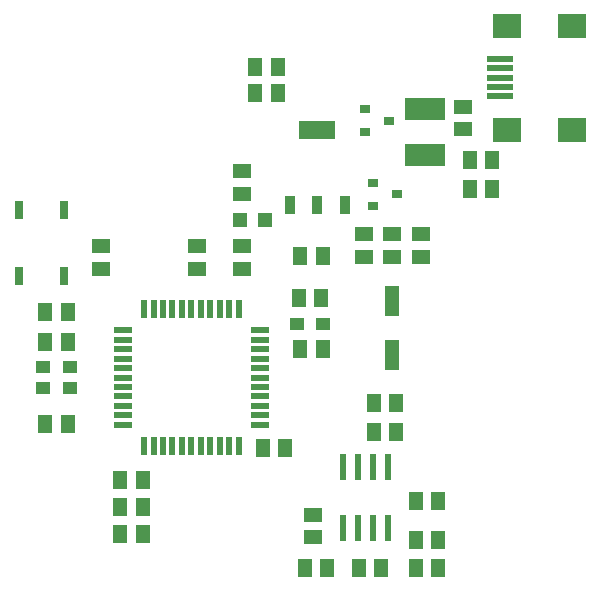
<source format=gtp>
G75*
%MOIN*%
%OFA0B0*%
%FSLAX25Y25*%
%IPPOS*%
%LPD*%
%AMOC8*
5,1,8,0,0,1.08239X$1,22.5*
%
%ADD10R,0.05118X0.05906*%
%ADD11R,0.01969X0.05906*%
%ADD12R,0.05906X0.01969*%
%ADD13R,0.05906X0.05118*%
%ADD14R,0.03300X0.06300*%
%ADD15R,0.12200X0.06300*%
%ADD16R,0.13386X0.07480*%
%ADD17R,0.09449X0.07874*%
%ADD18R,0.09087X0.01969*%
%ADD19R,0.03500X0.03100*%
%ADD20R,0.03000X0.06000*%
%ADD21R,0.05118X0.04331*%
%ADD22R,0.04724X0.03937*%
%ADD23R,0.02362X0.08661*%
%ADD24R,0.05000X0.10000*%
%ADD25R,0.04724X0.04724*%
D10*
X0102760Y0071933D03*
X0110240Y0071933D03*
X0110240Y0080933D03*
X0102760Y0080933D03*
X0102760Y0089933D03*
X0110240Y0089933D03*
X0085240Y0108433D03*
X0077760Y0108433D03*
X0077760Y0135933D03*
X0085240Y0135933D03*
X0085240Y0145933D03*
X0077760Y0145933D03*
X0150260Y0100433D03*
X0157740Y0100433D03*
X0187260Y0105933D03*
X0194740Y0105933D03*
X0194740Y0115433D03*
X0187260Y0115433D03*
X0170240Y0133433D03*
X0162760Y0133433D03*
X0162260Y0150433D03*
X0169740Y0150433D03*
X0170240Y0164433D03*
X0162760Y0164433D03*
X0219260Y0186933D03*
X0226740Y0186933D03*
X0226740Y0196433D03*
X0219260Y0196433D03*
X0155240Y0218933D03*
X0147760Y0218933D03*
X0147760Y0227433D03*
X0155240Y0227433D03*
X0201260Y0082933D03*
X0208740Y0082933D03*
X0208740Y0069933D03*
X0201260Y0069933D03*
X0201260Y0060433D03*
X0208740Y0060433D03*
X0189740Y0060433D03*
X0182260Y0060433D03*
X0171740Y0060433D03*
X0164260Y0060433D03*
D11*
X0142248Y0101098D03*
X0139098Y0101098D03*
X0135949Y0101098D03*
X0132799Y0101098D03*
X0129650Y0101098D03*
X0126500Y0101098D03*
X0123350Y0101098D03*
X0120201Y0101098D03*
X0117051Y0101098D03*
X0113902Y0101098D03*
X0110752Y0101098D03*
X0110752Y0146768D03*
X0113902Y0146768D03*
X0117051Y0146768D03*
X0120201Y0146768D03*
X0123350Y0146768D03*
X0126500Y0146768D03*
X0129650Y0146768D03*
X0132799Y0146768D03*
X0135949Y0146768D03*
X0139098Y0146768D03*
X0142248Y0146768D03*
D12*
X0149335Y0139681D03*
X0149335Y0136531D03*
X0149335Y0133382D03*
X0149335Y0130232D03*
X0149335Y0127083D03*
X0149335Y0123933D03*
X0149335Y0120783D03*
X0149335Y0117634D03*
X0149335Y0114484D03*
X0149335Y0111335D03*
X0149335Y0108185D03*
X0103665Y0108185D03*
X0103665Y0111335D03*
X0103665Y0114484D03*
X0103665Y0117634D03*
X0103665Y0120783D03*
X0103665Y0123933D03*
X0103665Y0127083D03*
X0103665Y0130232D03*
X0103665Y0133382D03*
X0103665Y0136531D03*
X0103665Y0139681D03*
D13*
X0096500Y0160193D03*
X0096500Y0167673D03*
X0128500Y0167673D03*
X0128500Y0160193D03*
X0143500Y0160193D03*
X0143500Y0167673D03*
X0143500Y0185193D03*
X0143500Y0192673D03*
X0184000Y0171673D03*
X0184000Y0164193D03*
X0193500Y0164193D03*
X0193500Y0171673D03*
X0203000Y0171673D03*
X0203000Y0164193D03*
X0217000Y0206693D03*
X0217000Y0214173D03*
X0167000Y0078173D03*
X0167000Y0070693D03*
D14*
X0168500Y0181333D03*
X0159400Y0181333D03*
X0177600Y0181333D03*
D15*
X0168500Y0206533D03*
D16*
X0204500Y0213610D03*
X0204500Y0198256D03*
D17*
X0231720Y0206610D03*
X0253374Y0206610D03*
X0253374Y0241256D03*
X0231720Y0241256D03*
D18*
X0229500Y0230232D03*
X0229500Y0227083D03*
X0229500Y0223933D03*
X0229500Y0220783D03*
X0229500Y0217634D03*
D19*
X0195000Y0185033D03*
X0187000Y0181233D03*
X0187000Y0188833D03*
X0184500Y0205733D03*
X0184500Y0213333D03*
X0192500Y0209533D03*
D20*
X0084000Y0179933D03*
X0069000Y0179933D03*
X0069000Y0157933D03*
X0084000Y0157933D03*
D21*
X0086028Y0127476D03*
X0086028Y0120390D03*
X0076972Y0120390D03*
X0076972Y0127476D03*
D22*
X0161669Y0141933D03*
X0170331Y0141933D03*
D23*
X0177000Y0094169D03*
X0182000Y0094169D03*
X0187000Y0094169D03*
X0192000Y0094169D03*
X0192000Y0073697D03*
X0187000Y0073697D03*
X0182000Y0073697D03*
X0177000Y0073697D03*
D24*
X0193500Y0131433D03*
X0193500Y0149433D03*
D25*
X0151134Y0176433D03*
X0142866Y0176433D03*
M02*

</source>
